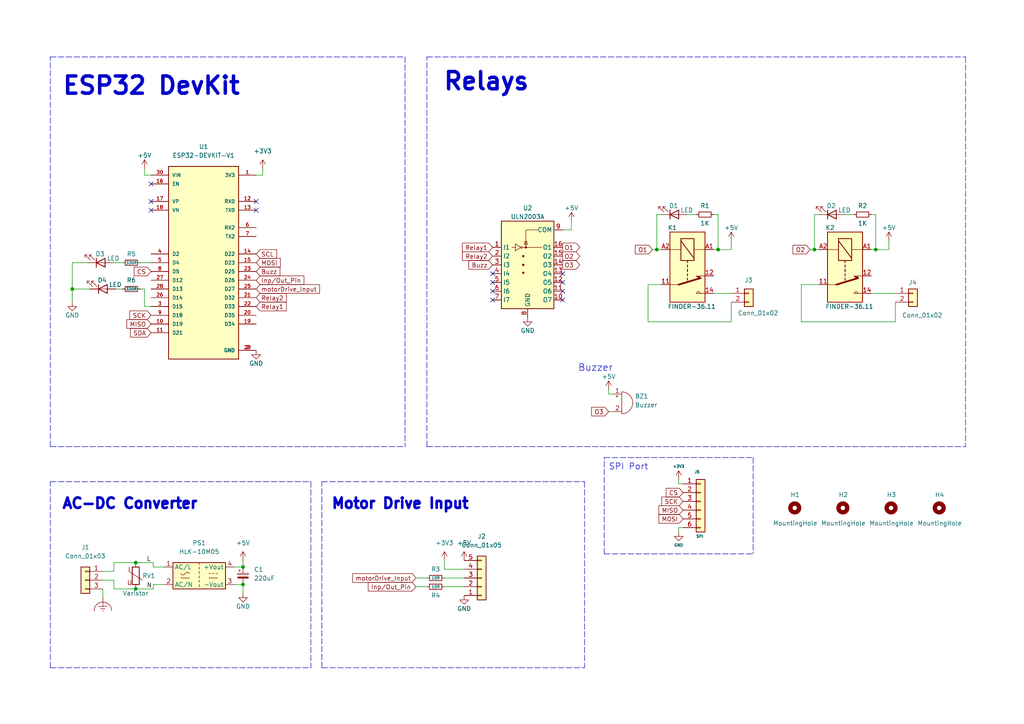
<source format=kicad_sch>
(kicad_sch (version 20211123) (generator eeschema)
  (paper "A4")
  (title_block (date "2022-11-18") (rev "v1"))
  (lib_symbols
    (symbol "Connector_Generic:Conn_01x02" (pin_names (offset 1.016) hide)
      (property "Reference" "J" (at 0 2.54 0))
      (property "Value" "Conn_01x02" (at 0 -5.08 0))
      (symbol "Conn_01x02_1_1"
        (rectangle (start -1.27 -2.413) (end 0 -2.667) (stroke (width 0.1524)))
        (rectangle (start -1.27 0.127) (end 0 -0.127) (stroke (width 0.1524)))
        (rectangle (start -1.27 1.27) (end 1.27 -3.81) (stroke (width 0.254)) (fill (type background)))
        (pin passive line (at -5.08 0 0) (length 3.81) (name "Pin_1") (number "1"))
        (pin passive line (at -5.08 -2.54 0) (length 3.81) (name "Pin_2") (number "2"))
      )
    )
    (symbol "Connector_Generic:Conn_01x03" (pin_names (offset 1.016) hide)
      (property "Reference" "J" (at 0 5.08 0))
      (property "Value" "Conn_01x03" (at 0 -5.08 0))
      (symbol "Conn_01x03_1_1"
        (rectangle (start -1.27 -2.413) (end 0 -2.667) (stroke (width 0.1524)))
        (rectangle (start -1.27 0.127) (end 0 -0.127) (stroke (width 0.1524)))
        (rectangle (start -1.27 2.667) (end 0 2.413) (stroke (width 0.1524)))
        (rectangle (start -1.27 3.81) (end 1.27 -3.81) (stroke (width 0.254)) (fill (type background)))
        (pin passive line (at -5.08 2.54 0) (length 3.81) (name "Pin_1") (number "1"))
        (pin passive line (at -5.08 0 0) (length 3.81) (name "Pin_2") (number "2"))
        (pin passive line (at -5.08 -2.54 0) (length 3.81) (name "Pin_3") (number "3"))
      )
    )
    (symbol "Connector_Generic:Conn_01x05" (pin_names (offset 1.016) hide)
      (property "Reference" "J" (at 0 7.62 0))
      (property "Value" "Conn_01x05" (at 0 -7.62 0))
      (symbol "Conn_01x05_1_1"
        (rectangle (start -1.27 -4.953) (end 0 -5.207) (stroke (width 0.1524)))
        (rectangle (start -1.27 -2.413) (end 0 -2.667) (stroke (width 0.1524)))
        (rectangle (start -1.27 0.127) (end 0 -0.127) (stroke (width 0.1524)))
        (rectangle (start -1.27 2.667) (end 0 2.413) (stroke (width 0.1524)))
        (rectangle (start -1.27 5.207) (end 0 4.953) (stroke (width 0.1524)))
        (rectangle (start -1.27 6.35) (end 1.27 -6.35) (stroke (width 0.254)) (fill (type background)))
        (pin passive line (at -5.08 5.08 0) (length 3.81) (name "Pin_1") (number "1"))
        (pin passive line (at -5.08 2.54 0) (length 3.81) (name "Pin_2") (number "2"))
        (pin passive line (at -5.08 0 0) (length 3.81) (name "Pin_3") (number "3"))
        (pin passive line (at -5.08 -2.54 0) (length 3.81) (name "Pin_4") (number "4"))
        (pin passive line (at -5.08 -5.08 0) (length 3.81) (name "Pin_5") (number "5"))
      )
    )
    (symbol "Connector_Generic:Conn_01x06" (pin_names (offset 1.016) hide)
      (property "Reference" "J" (at 0 7.62 0))
      (property "Value" "Conn_01x06" (at 0 -10.16 0))
      (symbol "Conn_01x06_1_1"
        (rectangle (start -1.27 -7.493) (end 0 -7.747) (stroke (width 0.1524)))
        (rectangle (start -1.27 -4.953) (end 0 -5.207) (stroke (width 0.1524)))
        (rectangle (start -1.27 -2.413) (end 0 -2.667) (stroke (width 0.1524)))
        (rectangle (start -1.27 0.127) (end 0 -0.127) (stroke (width 0.1524)))
        (rectangle (start -1.27 2.667) (end 0 2.413) (stroke (width 0.1524)))
        (rectangle (start -1.27 5.207) (end 0 4.953) (stroke (width 0.1524)))
        (rectangle (start -1.27 6.35) (end 1.27 -8.89) (stroke (width 0.254)) (fill (type background)))
        (pin passive line (at -5.08 5.08 0) (length 3.81) (name "Pin_1") (number "1"))
        (pin passive line (at -5.08 2.54 0) (length 3.81) (name "Pin_2") (number "2"))
        (pin passive line (at -5.08 0 0) (length 3.81) (name "Pin_3") (number "3"))
        (pin passive line (at -5.08 -2.54 0) (length 3.81) (name "Pin_4") (number "4"))
        (pin passive line (at -5.08 -5.08 0) (length 3.81) (name "Pin_5") (number "5"))
        (pin passive line (at -5.08 -7.62 0) (length 3.81) (name "Pin_6") (number "6"))
      )
    )
    (symbol "Device:Buzzer" (pin_names (offset 0.0254) hide)
      (property "Reference" "BZ" (at 3.81 1.27 0))
      (property "Value" "Buzzer" (at 3.81 -1.27 0))
      (symbol "Buzzer_0_1"
        (arc (start 0 -3.175) (mid 3.175 0) (end 0 3.175))
        (polyline (pts (xy -1.651 1.905) (xy -1.143 1.905)))
        (polyline (pts (xy -1.397 2.159) (xy -1.397 1.651)))
        (polyline (pts (xy 0 3.175) (xy 0 -3.175)))
      )
      (symbol "Buzzer_1_1"
        (pin passive line (at -2.54 2.54 0) (length 2.54) (name "-") (number "1"))
        (pin passive line (at -2.54 -2.54 0) (length 2.54) (name "+") (number "2"))
      )
    )
    (symbol "Device:C_Polarized_Small" (pin_numbers hide) (pin_names (offset 0.254) hide)
      (property "Reference" "C" (at 0.254 1.778 0))
      (property "Value" "C_Polarized_Small" (at 0.254 -2.032 0))
      (symbol "C_Polarized_Small_0_1"
        (rectangle (start -1.524 -0.3048) (end 1.524 -0.6858) (fill (type outline)))
        (rectangle (start -1.524 0.6858) (end 1.524 0.3048))
        (polyline (pts (xy -1.27 1.524) (xy -0.762 1.524)))
        (polyline (pts (xy -1.016 1.27) (xy -1.016 1.778)))
      )
      (symbol "C_Polarized_Small_1_1"
        (pin passive line (at 0 2.54 270) (length 1.8542) (name "~") (number "1"))
        (pin passive line (at 0 -2.54 90) (length 1.8542) (name "~") (number "2"))
      )
    )
    (symbol "Device:LED" (pin_numbers hide) (pin_names (offset 1.016) hide)
      (property "Reference" "D" (at 0 2.54 0))
      (property "Value" "LED" (at 0 -2.54 0))
      (symbol "LED_0_1"
        (polyline (pts (xy -1.27 -1.27) (xy -1.27 1.27)) (stroke (width 0.254)))
        (polyline (pts (xy -1.27 0) (xy 1.27 0)))
        (polyline (pts (xy 1.27 -1.27) (xy 1.27 1.27) (xy -1.27 0) (xy 1.27 -1.27)) (stroke (width 0.254)))
        (polyline (pts (xy -3.048 -0.762) (xy -4.572 -2.286) (xy -3.81 -2.286) (xy -4.572 -2.286) (xy -4.572 -1.524)))
        (polyline (pts (xy -1.778 -0.762) (xy -3.302 -2.286) (xy -2.54 -2.286) (xy -3.302 -2.286) (xy -3.302 -1.524)))
      )
      (symbol "LED_1_1"
        (pin passive line (at -3.81 0 0) (length 2.54) (name "K") (number "1"))
        (pin passive line (at 3.81 0 180) (length 2.54) (name "A") (number "2"))
      )
    )
    (symbol "Device:R_Small" (pin_numbers hide) (pin_names (offset 0.254) hide)
      (property "Reference" "R" (at 0.762 0.508 0))
      (property "Value" "R_Small" (at 0.762 -1.016 0))
      (symbol "R_Small_0_1"
        (rectangle (start -0.762 1.778) (end 0.762 -1.778) (stroke (width 0.2032)))
      )
      (symbol "R_Small_1_1"
        (pin passive line (at 0 2.54 270) (length 0.762) (name "~") (number "1"))
        (pin passive line (at 0 -2.54 90) (length 0.762) (name "~") (number "2"))
      )
    )
    (symbol "Device:Varistor" (pin_numbers hide) (pin_names (offset 0))
      (property "Reference" "RV" (at 3.175 0 90))
      (property "Value" "Varistor" (at -3.175 0 90))
      (symbol "Varistor_0_0"
        (text "U" (at -1.778 -2.032 0) (effects (font (size 1.27 1.27))))
      )
      (symbol "Varistor_0_1"
        (rectangle (start -1.016 -2.54) (end 1.016 2.54) (stroke (width 0.254)))
        (polyline (pts (xy -1.905 2.54) (xy -1.905 1.27) (xy 1.905 -1.27)))
      )
      (symbol "Varistor_1_1"
        (pin passive line (at 0 3.81 270) (length 1.27) (name "~") (number "1"))
        (pin passive line (at 0 -3.81 90) (length 1.27) (name "~") (number "2"))
      )
    )
    (symbol "ESP32-DEVKIT-V1:ESP32-DEVKIT-V1" (pin_names (offset 1.016))
      (property "Reference" "U" (at -10.16 30.48 0))
      (property "Value" "ESP32-DEVKIT-V1" (at -10.16 -30.48 0))
      (symbol "ESP32-DEVKIT-V1_0_0"
        (rectangle (start -10.16 -27.94) (end 10.16 27.94) (stroke (width 0.254)) (fill (type background)))
        (pin output line (at 15.24 25.4 180) (length 5.08) (name "3V3") (number "1"))
        (pin bidirectional line (at -15.24 -17.78 0) (length 5.08) (name "D19") (number "10"))
        (pin bidirectional line (at -15.24 -20.32 0) (length 5.08) (name "D21") (number "11"))
        (pin input line (at 15.24 17.78 180) (length 5.08) (name "RX0") (number "12"))
        (pin output line (at 15.24 15.24 180) (length 5.08) (name "TX0") (number "13"))
        (pin bidirectional line (at 15.24 2.54 180) (length 5.08) (name "D22") (number "14"))
        (pin bidirectional line (at 15.24 0 180) (length 5.08) (name "D23") (number "15"))
        (pin input line (at -15.24 22.86 0) (length 5.08) (name "EN") (number "16"))
        (pin bidirectional line (at -15.24 17.78 0) (length 5.08) (name "VP") (number "17"))
        (pin bidirectional line (at -15.24 15.24 0) (length 5.08) (name "VN") (number "18"))
        (pin bidirectional line (at 15.24 -17.78 180) (length 5.08) (name "D34") (number "19"))
        (pin power_in line (at 15.24 -25.4 180) (length 5.08) (name "GND") (number "2"))
        (pin bidirectional line (at 15.24 -15.24 180) (length 5.08) (name "D35") (number "20"))
        (pin bidirectional line (at 15.24 -10.16 180) (length 5.08) (name "D32") (number "21"))
        (pin bidirectional line (at 15.24 -12.7 180) (length 5.08) (name "D33") (number "22"))
        (pin bidirectional line (at 15.24 -2.54 180) (length 5.08) (name "D25") (number "23"))
        (pin bidirectional line (at 15.24 -5.08 180) (length 5.08) (name "D26") (number "24"))
        (pin bidirectional line (at 15.24 -7.62 180) (length 5.08) (name "D27") (number "25"))
        (pin bidirectional line (at -15.24 -10.16 0) (length 5.08) (name "D14") (number "26"))
        (pin bidirectional line (at -15.24 -5.08 0) (length 5.08) (name "D12") (number "27"))
        (pin bidirectional line (at -15.24 -7.62 0) (length 5.08) (name "D13") (number "28"))
        (pin power_in line (at 15.24 -25.4 180) (length 5.08) (name "GND") (number "29"))
        (pin bidirectional line (at -15.24 -12.7 0) (length 5.08) (name "D15") (number "3"))
        (pin input line (at -15.24 25.4 0) (length 5.08) (name "VIN") (number "30"))
        (pin bidirectional line (at -15.24 2.54 0) (length 5.08) (name "D2") (number "4"))
        (pin bidirectional line (at -15.24 0 0) (length 5.08) (name "D4") (number "5"))
        (pin input line (at 15.24 10.16 180) (length 5.08) (name "RX2") (number "6"))
        (pin output line (at 15.24 7.62 180) (length 5.08) (name "TX2") (number "7"))
        (pin bidirectional line (at -15.24 -2.54 0) (length 5.08) (name "D5") (number "8"))
        (pin bidirectional line (at -15.24 -15.24 0) (length 5.08) (name "D18") (number "9"))
      )
    )
    (symbol "HLK-10M05:HLK-10M05"
      (property "Reference" "PS" (at 0 5.08 0))
      (property "Value" "HLK-10M05" (at 0 -5.08 0))
      (symbol "HLK-10M05_0_1"
        (rectangle (start -7.62 3.81) (end 7.62 -3.81) (stroke (width 0.254)) (fill (type background)))
        (arc (start -5.334 0.635) (mid -4.699 0.2495) (end -4.064 0.635))
        (arc (start -2.794 0.635) (mid -3.429 1.0072) (end -4.064 0.635))
        (polyline (pts (xy -5.334 -0.635) (xy -2.794 -0.635)))
        (polyline (pts (xy 0 -2.54) (xy 0 -3.175)))
        (polyline (pts (xy 0 -1.27) (xy 0 -1.905)))
        (polyline (pts (xy 0 0) (xy 0 -0.635)))
        (polyline (pts (xy 0 1.27) (xy 0 0.635)))
        (polyline (pts (xy 0 2.54) (xy 0 1.905)))
        (polyline (pts (xy 0 3.81) (xy 0 3.175)))
        (polyline (pts (xy 2.794 -0.635) (xy 5.334 -0.635)))
        (polyline (pts (xy 2.794 0.635) (xy 3.302 0.635)))
        (polyline (pts (xy 3.81 0.635) (xy 4.318 0.635)))
        (polyline (pts (xy 4.826 0.635) (xy 5.334 0.635)))
      )
      (symbol "HLK-10M05_1_1"
        (pin power_in line (at -10.16 2.54 0) (length 2.54) (name "AC/L") (number "1"))
        (pin power_in line (at -10.16 -2.54 0) (length 2.54) (name "AC/N") (number "2"))
        (pin power_out line (at 10.16 -2.54 180) (length 2.54) (name "-Vout") (number "3"))
        (pin power_out line (at 10.16 2.54 180) (length 2.54) (name "+Vout") (number "4"))
      )
    )
    (symbol "Mechanical:MountingHole" (pin_names (offset 1.016))
      (property "Reference" "H" (at 0 5.08 0))
      (property "Value" "MountingHole" (at 0 3.175 0))
      (symbol "MountingHole_0_1"
        (circle (center 0 0) (radius 1.27) (stroke (width 1.27)))
      )
    )
    (symbol "Relay:FINDER-36.11"
      (property "Reference" "K" (at 11.43 3.81 0))
      (property "Value" "FINDER-36.11" (at 11.43 1.27 0))
      (symbol "FINDER-36.11_0_0"
        (polyline (pts (xy 2.54 3.81) (xy 2.54 5.08)))
        (polyline (pts (xy 7.62 3.81) (xy 7.62 5.08)))
        (polyline (pts (xy 7.62 3.81) (xy 7.62 2.54) (xy 6.985 3.175) (xy 7.62 3.81)))
      )
      (symbol "FINDER-36.11_0_1"
        (rectangle (start -10.16 5.08) (end 10.16 -5.08) (stroke (width 0.254)) (fill (type background)))
        (rectangle (start -8.255 1.905) (end -1.905 -1.905) (stroke (width 0.254)))
        (polyline (pts (xy -7.62 -1.905) (xy -2.54 1.905)) (stroke (width 0.254)))
        (polyline (pts (xy -5.08 -5.08) (xy -5.08 -1.905)))
        (polyline (pts (xy -5.08 5.08) (xy -5.08 1.905)))
        (polyline (pts (xy -1.905 0) (xy -1.27 0)) (stroke (width 0.254)))
        (polyline (pts (xy -0.635 0) (xy 0 0)) (stroke (width 0.254)))
        (polyline (pts (xy 0.635 0) (xy 1.27 0)) (stroke (width 0.254)))
        (polyline (pts (xy 0.635 0) (xy 1.27 0)) (stroke (width 0.254)))
        (polyline (pts (xy 1.905 0) (xy 2.54 0)) (stroke (width 0.254)))
        (polyline (pts (xy 3.175 0) (xy 3.81 0)) (stroke (width 0.254)))
        (polyline (pts (xy 5.08 -2.54) (xy 3.175 3.81)) (stroke (width 0.508)))
        (polyline (pts (xy 5.08 -2.54) (xy 5.08 -5.08)))
        (polyline (pts (xy 2.54 2.54) (xy 3.175 3.175) (xy 2.54 3.81)) (fill (type outline)))
      )
      (symbol "FINDER-36.11_1_1"
        (pin passive line (at 5.08 -7.62 90) (length 2.54) (name "~") (number "11"))
        (pin passive line (at 2.54 7.62 270) (length 2.54) (name "~") (number "12"))
        (pin passive line (at 7.62 7.62 270) (length 2.54) (name "~") (number "14"))
        (pin passive line (at -5.08 7.62 270) (length 2.54) (name "~") (number "A1"))
        (pin passive line (at -5.08 -7.62 90) (length 2.54) (name "~") (number "A2"))
      )
    )
    (symbol "Transistor_Array:ULN2003A"
      (property "Reference" "U" (at 0 15.875 0))
      (property "Value" "ULN2003A" (at 0 13.97 0))
      (symbol "ULN2003A_0_1"
        (rectangle (start -7.62 -12.7) (end 7.62 12.7) (stroke (width 0.254)) (fill (type background)))
        (circle (center -1.778 5.08) (radius 0.254))
        (circle (center -1.27 -2.286) (radius 0.254) (fill (type outline)))
        (circle (center -1.27 0) (radius 0.254) (fill (type outline)))
        (circle (center -1.27 2.54) (radius 0.254) (fill (type outline)))
        (circle (center -0.508 5.08) (radius 0.254) (fill (type outline)))
        (polyline (pts (xy -4.572 5.08) (xy -3.556 5.08)))
        (polyline (pts (xy -1.524 5.08) (xy 4.064 5.08)))
        (polyline (pts (xy 0 6.731) (xy -1.016 6.731)))
        (polyline (pts (xy -0.508 5.08) (xy -0.508 10.16) (xy 2.921 10.16)))
        (polyline (pts (xy -3.556 6.096) (xy -3.556 4.064) (xy -2.032 5.08) (xy -3.556 6.096)))
        (polyline (pts (xy 0 5.969) (xy -1.016 5.969) (xy -0.508 6.731) (xy 0 5.969)))
      )
      (symbol "ULN2003A_1_1"
        (pin input line (at -10.16 5.08 0) (length 2.54) (name "I1") (number "1"))
        (pin open_collector line (at 10.16 -10.16 180) (length 2.54) (name "O7") (number "10"))
        (pin open_collector line (at 10.16 -7.62 180) (length 2.54) (name "O6") (number "11"))
        (pin open_collector line (at 10.16 -5.08 180) (length 2.54) (name "O5") (number "12"))
        (pin open_collector line (at 10.16 -2.54 180) (length 2.54) (name "O4") (number "13"))
        (pin open_collector line (at 10.16 0 180) (length 2.54) (name "O3") (number "14"))
        (pin open_collector line (at 10.16 2.54 180) (length 2.54) (name "O2") (number "15"))
        (pin open_collector line (at 10.16 5.08 180) (length 2.54) (name "O1") (number "16"))
        (pin input line (at -10.16 2.54 0) (length 2.54) (name "I2") (number "2"))
        (pin input line (at -10.16 0 0) (length 2.54) (name "I3") (number "3"))
        (pin input line (at -10.16 -2.54 0) (length 2.54) (name "I4") (number "4"))
        (pin input line (at -10.16 -5.08 0) (length 2.54) (name "I5") (number "5"))
        (pin input line (at -10.16 -7.62 0) (length 2.54) (name "I6") (number "6"))
        (pin input line (at -10.16 -10.16 0) (length 2.54) (name "I7") (number "7"))
        (pin power_in line (at 0 -15.24 90) (length 2.54) (name "GND") (number "8"))
        (pin passive line (at 10.16 10.16 180) (length 2.54) (name "COM") (number "9"))
      )
    )
    (symbol "power:+3.3V" (power) (pin_names (offset 0))
      (property "Value" "+3.3V" (at 0 3.556 0))
      (symbol "+3.3V_0_1"
        (polyline (pts (xy -0.762 1.27) (xy 0 2.54)))
        (polyline (pts (xy 0 0) (xy 0 2.54)))
        (polyline (pts (xy 0 2.54) (xy 0.762 1.27)))
      )
      (symbol "+3.3V_1_1"
        (pin power_in line (at 0 0 90) (length 0) hide (name "+3V3") (number "1"))
      )
    )
    (symbol "power:+3V3" (power) (pin_names (offset 0))
      (property "Value" "+3V3" (at 0 3.556 0))
      (symbol "+3V3_0_1"
        (polyline (pts (xy -0.762 1.27) (xy 0 2.54)))
        (polyline (pts (xy 0 0) (xy 0 2.54)))
        (polyline (pts (xy 0 2.54) (xy 0.762 1.27)))
      )
      (symbol "+3V3_1_1"
        (pin power_in line (at 0 0 90) (length 0) hide (name "+3V3") (number "1"))
      )
    )
    (symbol "power:+5V" (power) (pin_names (offset 0))
      (property "Value" "+5V" (at 0 3.556 0))
      (symbol "+5V_0_1"
        (polyline (pts (xy -0.762 1.27) (xy 0 2.54)))
        (polyline (pts (xy 0 0) (xy 0 2.54)))
        (polyline (pts (xy 0 2.54) (xy 0.762 1.27)))
      )
      (symbol "+5V_1_1"
        (pin power_in line (at 0 0 90) (length 0) hide (name "+5V") (number "1"))
      )
    )
    (symbol "power:Earth_Clean" (power) (pin_names (offset 0))
      (symbol "Earth_Clean_0_1"
        (polyline (pts (xy -0.635 -3.175) (xy 0.635 -3.175)))
        (polyline (pts (xy -0.127 -3.81) (xy 0.127 -3.81)))
        (polyline (pts (xy 0 -2.54) (xy 0 0)))
        (polyline (pts (xy 1.27 -2.54) (xy -1.27 -2.54)))
        (arc (start 2.54 -3.81) (mid 0 -1.27) (end -2.54 -3.81))
      )
      (symbol "Earth_Clean_1_1"
        (pin power_in line (at 0 0 270) (length 0) hide (name "Earth_Clean") (number "1"))
      )
    )
    (symbol "power:GND" (power) (pin_names (offset 0))
      (property "Value" "GND" (at 0 -3.81 0))
      (symbol "GND_0_1"
        (polyline (pts (xy 0 0) (xy 0 -1.27) (xy 1.27 -1.27) (xy 0 -2.54) (xy -1.27 -1.27) (xy 0 -1.27)))
      )
      (symbol "GND_1_1"
        (pin power_in line (at 0 0 270) (length 0) hide (name "GND") (number "1"))
      )
    )
  )
  (junction (at 254 72.39) (diameter 0.9144))
  (junction (at 20.955 83.82))
  (junction (at 39.37 163.195))
  (junction (at 39.37 170.815))
  (junction (at 208.28 72.39) (diameter 0.9144))
  (junction (at 70.485 164.465))
  (junction (at 236.22 72.39) (diameter 0.9144))
  (junction (at 70.485 169.545))
  (junction (at 190.5 72.39) (diameter 0.9144))
  (no_connect (at 142.875 81.915))
  (no_connect (at 163.195 84.455))
  (no_connect (at 74.295 58.42))
  (no_connect (at 74.295 60.96))
  (no_connect (at 43.815 58.42))
  (no_connect (at 43.815 53.34))
  (no_connect (at 43.815 60.96))
  (no_connect (at 142.875 84.455))
  (no_connect (at 142.875 79.375))
  (no_connect (at 163.195 79.375))
  (no_connect (at 163.195 86.995))
  (no_connect (at 163.195 81.915))
  (no_connect (at 142.875 86.995))
  (polyline (pts (xy 93.345 193.675) (xy 93.345 139.7)))
  (wire (pts (xy 39.37 163.195) (xy 44.45 163.195)))
  (wire (pts (xy 20.955 83.82) (xy 20.955 87.63)))
  (polyline (pts (xy 90.17 139.7) (xy 90.17 193.675)))
  (wire (pts (xy 20.955 76.2) (xy 20.955 83.82)))
  (wire (pts (xy 254 62.23) (xy 254 72.39)))
  (polyline (pts (xy 169.545 139.7) (xy 169.545 193.675)))
  (wire (pts (xy 198.12 140.335) (xy 196.85 140.335)))
  (polyline (pts (xy 123.825 16.51) (xy 280.035 16.51)))
  (polyline (pts (xy 175.26 132.715) (xy 218.44 132.715)))
  (wire (pts (xy 176.53 113.03) (xy 176.53 114.3)))
  (wire (pts (xy 191.77 62.23) (xy 190.5 62.23)))
  (wire (pts (xy 70.485 169.545) (xy 70.485 172.085)))
  (wire (pts (xy 237.49 62.23) (xy 236.22 62.23)))
  (polyline (pts (xy 14.605 139.7) (xy 90.17 139.7)))
  (wire (pts (xy 76.2 50.8) (xy 74.295 50.8)))
  (wire (pts (xy 29.845 165.735) (xy 33.02 165.735)))
  (wire (pts (xy 212.09 93.345) (xy 212.09 87.63)))
  (wire (pts (xy 208.28 62.23) (xy 208.28 72.39)))
  (polyline (pts (xy 14.605 16.51) (xy 117.475 16.51)))
  (wire (pts (xy 120.65 167.64) (xy 123.825 167.64)))
  (wire (pts (xy 257.81 69.85) (xy 257.81 72.39)))
  (wire (pts (xy 232.41 82.55) (xy 232.41 93.345)))
  (wire (pts (xy 67.945 164.465) (xy 70.485 164.465)))
  (wire (pts (xy 29.845 168.275) (xy 33.02 168.275)))
  (wire (pts (xy 212.09 69.85) (xy 212.09 72.39)))
  (polyline (pts (xy 123.825 129.54) (xy 280.035 129.54)))
  (wire (pts (xy 196.85 140.335) (xy 196.85 139.065)))
  (wire (pts (xy 187.96 82.55) (xy 187.96 93.345)))
  (wire (pts (xy 165.735 64.135) (xy 165.735 66.675)))
  (wire (pts (xy 196.85 153.035) (xy 198.12 153.035)))
  (wire (pts (xy 33.02 170.815) (xy 39.37 170.815)))
  (wire (pts (xy 40.64 76.2) (xy 43.815 76.2)))
  (wire (pts (xy 207.01 85.09) (xy 212.09 85.09)))
  (wire (pts (xy 232.41 93.345) (xy 259.715 93.345)))
  (polyline (pts (xy 175.26 160.655) (xy 175.26 132.715)))
  (wire (pts (xy 236.22 62.23) (xy 236.22 72.39)))
  (wire (pts (xy 128.905 170.18) (xy 134.62 170.18)))
  (wire (pts (xy 176.53 119.38) (xy 177.8 119.38)))
  (wire (pts (xy 33.02 165.735) (xy 33.02 163.195)))
  (wire (pts (xy 163.195 66.675) (xy 165.735 66.675)))
  (wire (pts (xy 190.5 62.23) (xy 190.5 72.39)))
  (wire (pts (xy 43.815 50.8) (xy 41.91 50.8)))
  (wire (pts (xy 212.09 72.39) (xy 208.28 72.39)))
  (wire (pts (xy 33.02 76.2) (xy 35.56 76.2)))
  (polyline (pts (xy 93.345 193.675) (xy 169.545 193.675)))
  (wire (pts (xy 44.45 163.195) (xy 44.45 164.465)))
  (wire (pts (xy 44.45 170.815) (xy 44.45 169.545)))
  (wire (pts (xy 41.91 83.82) (xy 40.64 83.82)))
  (wire (pts (xy 176.53 114.3) (xy 177.8 114.3)))
  (polyline (pts (xy 218.44 132.715) (xy 218.44 160.655)))
  (wire (pts (xy 199.39 62.23) (xy 201.93 62.23)))
  (polyline (pts (xy 14.605 193.675) (xy 90.17 193.675)))
  (wire (pts (xy 41.91 50.8) (xy 41.91 48.895)))
  (wire (pts (xy 39.37 170.815) (xy 44.45 170.815)))
  (wire (pts (xy 20.955 83.82) (xy 26.035 83.82)))
  (wire (pts (xy 208.28 72.39) (xy 207.01 72.39)))
  (wire (pts (xy 234.95 72.39) (xy 236.22 72.39)))
  (polyline (pts (xy 175.26 160.655) (xy 218.44 160.655)))
  (wire (pts (xy 259.715 93.345) (xy 259.715 87.63)))
  (wire (pts (xy 189.23 72.39) (xy 190.5 72.39)))
  (wire (pts (xy 70.485 162.56) (xy 70.485 164.465)))
  (wire (pts (xy 47.625 169.545) (xy 44.45 169.545)))
  (polyline (pts (xy 117.475 16.51) (xy 117.475 129.54)))
  (wire (pts (xy 196.85 154.305) (xy 196.85 153.035)))
  (wire (pts (xy 67.945 169.545) (xy 70.485 169.545)))
  (wire (pts (xy 43.815 88.9) (xy 41.91 88.9)))
  (wire (pts (xy 252.73 85.09) (xy 259.715 85.09)))
  (wire (pts (xy 236.22 72.39) (xy 237.49 72.39)))
  (polyline (pts (xy 14.605 193.675) (xy 14.605 139.7)))
  (wire (pts (xy 190.5 72.39) (xy 191.77 72.39)))
  (polyline (pts (xy 14.605 129.54) (xy 117.475 129.54)))
  (wire (pts (xy 207.01 62.23) (xy 208.28 62.23)))
  (wire (pts (xy 237.49 82.55) (xy 232.41 82.55)))
  (wire (pts (xy 47.625 164.465) (xy 44.45 164.465)))
  (wire (pts (xy 76.2 48.895) (xy 76.2 50.8)))
  (polyline (pts (xy 123.825 129.54) (xy 123.825 16.51)))
  (wire (pts (xy 33.02 168.275) (xy 33.02 170.815)))
  (wire (pts (xy 120.65 170.18) (xy 123.825 170.18)))
  (wire (pts (xy 128.905 167.64) (xy 134.62 167.64)))
  (wire (pts (xy 191.77 82.55) (xy 187.96 82.55)))
  (wire (pts (xy 25.4 76.2) (xy 20.955 76.2)))
  (wire (pts (xy 252.73 62.23) (xy 254 62.23)))
  (wire (pts (xy 245.11 62.23) (xy 247.65 62.23)))
  (wire (pts (xy 41.91 88.9) (xy 41.91 83.82)))
  (wire (pts (xy 33.655 83.82) (xy 35.56 83.82)))
  (wire (pts (xy 254 72.39) (xy 252.73 72.39)))
  (wire (pts (xy 29.845 170.815) (xy 29.845 173.355)))
  (polyline (pts (xy 14.605 129.54) (xy 14.605 16.51)))
  (polyline (pts (xy 93.345 139.7) (xy 169.545 139.7)))
  (polyline (pts (xy 280.035 16.51) (xy 280.035 129.54)))
  (wire (pts (xy 254 72.39) (xy 257.81 72.39)))
  (wire (pts (xy 187.96 93.345) (xy 212.09 93.345)))
  (wire (pts (xy 128.905 165.1) (xy 134.62 165.1)))
  (wire (pts (xy 33.02 163.195) (xy 39.37 163.195)))
  (wire (pts (xy 128.905 162.56) (xy 128.905 165.1)))
  (text "Motor Drive Input" (at 95.885 147.955 0) (effects (font (size 3 3) (thickness 1) bold) (justify left bottom)))
  (text "Relays" (at 128.27 26.67 0) (effects (font (size 5 5) (thickness 1) bold) (justify left bottom)))
  (text "Buzzer" (at 167.64 107.95 0) (effects (font (size 2 2)) (justify left bottom)))
  (text "ESP32 DevKit" (at 17.78 27.94 0) (effects (font (size 5 5) (thickness 1) bold) (justify left bottom)))
  (text "SPI Port" (at 176.53 136.525 0) (effects (font (size 1.8 1.8)) (justify left bottom)))
  (text "AC-DC Converter" (at 17.78 147.955 0) (effects (font (size 3 3) (thickness 1) bold) (justify left bottom)))
  (label "L" (at 42.545 163.195 0))
  (label "N" (at 42.545 170.815 0))
  (global_label "CS" (shape input) (at 198.12 142.875 180) (property "Intersheet References" "${INTERSHEET_REFS}" (effects hide)))
  (global_label "motorDrive_Input" (shape input) (at 74.295 83.82 0) (property "Intersheet References" "${INTERSHEET_REFS}" (effects hide)))
  (global_label "CS" (shape input) (at 43.815 78.74 180) (property "Intersheet References" "${INTERSHEET_REFS}" (effects hide)))
  (global_label "Inp{slash}Out_Pin" (shape input) (at 74.295 81.28 0) (property "Intersheet References" "${INTERSHEET_REFS}" (effects hide)))
  (global_label "Relay2" (shape input) (at 142.875 74.295 180) (property "Intersheet References" "${INTERSHEET_REFS}" (effects hide)))
  (global_label "Inp{slash}Out_Pin" (shape input) (at 120.65 170.18 180) (property "Intersheet References" "${INTERSHEET_REFS}" (effects hide)))
  (global_label "SCK" (shape input) (at 43.815 91.44 180) (property "Intersheet References" "${INTERSHEET_REFS}" (effects hide)))
  (global_label "MISO" (shape input) (at 43.815 93.98 180) (property "Intersheet References" "${INTERSHEET_REFS}" (effects hide)))
  (global_label "Relay1" (shape input) (at 74.295 88.9 0) (property "Intersheet References" "${INTERSHEET_REFS}" (effects hide)))
  (global_label "Buzz" (shape input) (at 74.295 78.74 0) (property "Intersheet References" "${INTERSHEET_REFS}" (effects hide)))
  (global_label "SDA" (shape input) (at 43.815 96.52 180) (property "Intersheet References" "${INTERSHEET_REFS}" (effects hide)))
  (global_label "O2" (shape input) (at 234.95 72.39 180) (property "Intersheet References" "${INTERSHEET_REFS}" (effects hide)))
  (global_label "O1" (shape input) (at 189.23 72.39 180) (property "Intersheet References" "${INTERSHEET_REFS}" (effects hide)))
  (global_label "O1" (shape output) (at 163.195 71.755 0) (property "Intersheet References" "${INTERSHEET_REFS}" (effects hide)))
  (global_label "MOSI" (shape input) (at 74.295 76.2 0) (property "Intersheet References" "${INTERSHEET_REFS}" (effects hide)))
  (global_label "Relay1" (shape input) (at 142.875 71.755 180) (property "Intersheet References" "${INTERSHEET_REFS}" (effects hide)))
  (global_label "SCK" (shape input) (at 198.12 145.415 180) (property "Intersheet References" "${INTERSHEET_REFS}" (effects hide)))
  (global_label "Relay2" (shape input) (at 74.295 86.36 0) (property "Intersheet References" "${INTERSHEET_REFS}" (effects hide)))
  (global_label "O2" (shape output) (at 163.195 74.295 0) (property "Intersheet References" "${INTERSHEET_REFS}" (effects hide)))
  (global_label "O3" (shape output) (at 163.195 76.835 0) (property "Intersheet References" "${INTERSHEET_REFS}" (effects hide)))
  (global_label "MISO" (shape input) (at 198.12 147.955 180) (property "Intersheet References" "${INTERSHEET_REFS}" (effects hide)))
  (global_label "MOSI" (shape input) (at 198.12 150.495 180) (property "Intersheet References" "${INTERSHEET_REFS}" (effects hide)))
  (global_label "SCL" (shape input) (at 74.295 73.66 0) (property "Intersheet References" "${INTERSHEET_REFS}" (effects hide)))
  (global_label "Buzz" (shape input) (at 142.875 76.835 180) (property "Intersheet References" "${INTERSHEET_REFS}" (effects hide)))
  (global_label "O3" (shape input) (at 176.53 119.38 180) (property "Intersheet References" "${INTERSHEET_REFS}" (effects hide)))
  (global_label "motorDrive_Input" (shape input) (at 120.65 167.64 180) (property "Intersheet References" "${INTERSHEET_REFS}" (effects hide)))
  (symbol (lib_id "power:+5V") (at 41.91 48.895 0) (unit 1)
    (property "Reference" "#PWR01" (effects hide))
    (property "Value" "+5V" (at 41.91 45.085 0))
  )
  (symbol (lib_id "Device:LED") (at 29.845 83.82 0) (mirror x) (unit 1)
    (property "Reference" "D4" (at 29.6545 81.28 0))
    (property "Value" "LED" (at 33.4645 82.55 0))
    (property "Footprint" "LED_SMD:LED_1206_3216Metric_Pad1.42x1.75mm_HandSolder" (effects hide))
  )
  (symbol (lib_id "power:GND") (at 134.62 172.72 0) (unit 1)
    (property "Reference" "#PWR013" (effects hide))
    (property "Value" "GND" (at 134.62 176.53 0))
  )
  (symbol (lib_id "Relay:FINDER-36.11") (at 199.39 77.47 270) (unit 1)
    (property "Reference" "K1" (at 193.6751 66.04 90) (effects (justify left)))
    (property "Value" "FINDER-36.11" (at 193.6751 88.9 90) (effects (justify left)))
    (property "Footprint" "Relay_THT:Relay_SPDT_Finder_36.11" (effects hide))
    (property "Datasheet" "https://gfinder.findernet.com/public/attachments/36/EN/S36EN.pdf" (effects hide))
  )
  (symbol (lib_id "power:GND") (at 20.955 87.63 0) (unit 1)
    (property "Reference" "#PWR014" (effects hide))
    (property "Value" "GND" (at 20.955 91.44 0))
  )
  (symbol (lib_id "Connector_Generic:Conn_01x06") (at 203.2 145.415 0) (unit 1)
    (property "Reference" "J5" (at 201.4221 136.8865 0) (effects (font (size 0.8 0.8)) (justify left)))
    (property "Value" "SPI" (at 201.93 155.575 0) (effects (font (size 0.8 0.8)) (justify left)))
    (property "Footprint" "Connector_PinHeader_2.54mm:PinHeader_1x06_P2.54mm_Vertical" (effects hide))
  )
  (symbol (lib_id "Device:R_Small") (at 126.365 167.64 90) (unit 1)
    (property "Reference" "R3" (at 126.365 165.1 90))
    (property "Value" "10R" (at 126.365 167.64 90) (effects (font (size 0.8 0.8))))
    (property "Footprint" "Resistor_SMD:R_0805_2012Metric_Pad1.20x1.40mm_HandSolder" (effects hide))
  )
  (symbol (lib_id "Mechanical:MountingHole") (at 272.415 147.32 0) (unit 1)
    (property "Reference" "H4" (at 271.145 143.51 0) (effects (justify left)))
    (property "Value" "MountingHole" (at 266.065 151.765 0) (effects (justify left)))
    (property "Footprint" "MountingHole:MountingHole_3.5mm" (effects hide))
  )
  (symbol (lib_id "Device:R_Small") (at 204.47 62.23 90) (unit 1)
    (property "Reference" "R1" (at 204.47 59.69 90))
    (property "Value" "1K" (at 204.47 64.77 90))
    (property "Footprint" "Resistor_SMD:R_0805_2012Metric_Pad1.20x1.40mm_HandSolder" (effects hide))
  )
  (symbol (lib_id "Transistor_Array:ULN2003A") (at 153.035 76.835 0) (unit 1)
    (property "Reference" "U2" (at 153.035 60.325 0))
    (property "Value" "ULN2003A" (at 153.035 62.865 0))
    (property "Footprint" "Package_SO:SOIC-16_3.9x9.9mm_P1.27mm" (effects hide))
    (property "Datasheet" "http://www.ti.com/lit/ds/symlink/uln2003a.pdf" (effects hide))
  )
  (symbol (lib_id "power:+5V") (at 134.62 162.56 0) (unit 1)
    (property "Reference" "#PWR012" (effects hide))
    (property "Value" "+5V" (at 134.62 157.48 0))
  )
  (symbol (lib_id "Mechanical:MountingHole") (at 258.445 147.32 0) (unit 1)
    (property "Reference" "H3" (at 257.175 143.51 0) (effects (justify left)))
    (property "Value" "MountingHole" (at 252.095 151.765 0) (effects (justify left)))
    (property "Footprint" "MountingHole:MountingHole_3.5mm" (effects hide))
  )
  (symbol (lib_id "Device:R_Small") (at 38.1 83.82 90) (unit 1)
    (property "Reference" "R6" (at 38.1 81.28 90))
    (property "Value" "330R" (at 38.1 83.82 90) (effects (font (size 0.8 0.8))))
    (property "Footprint" "Resistor_SMD:R_0805_2012Metric_Pad1.20x1.40mm_HandSolder" (effects hide))
  )
  (symbol (lib_id "power:GND") (at 196.85 154.305 0) (unit 1)
    (property "Reference" "#PWR0102" (effects hide))
    (property "Value" "GND" (at 196.85 158.115 0) (effects (font (size 0.8 0.8))))
  )
  (symbol (lib_id "power:+3V3") (at 76.2 48.895 0) (unit 1)
    (property "Reference" "#PWR05" (effects hide))
    (property "Value" "+3V3" (at 76.2 43.815 0))
  )
  (symbol (lib_id "Mechanical:MountingHole") (at 244.475 147.32 0) (unit 1)
    (property "Reference" "H2" (at 243.205 143.51 0) (effects (justify left)))
    (property "Value" "MountingHole" (at 238.125 151.765 0) (effects (justify left)))
    (property "Footprint" "MountingHole:MountingHole_3.5mm" (effects hide))
  )
  (symbol (lib_id "Device:R_Small") (at 250.19 62.23 90) (unit 1)
    (property "Reference" "R2" (at 250.19 59.69 90))
    (property "Value" "1K" (at 250.19 64.77 90))
    (property "Footprint" "Resistor_SMD:R_0805_2012Metric_Pad1.20x1.40mm_HandSolder" (effects hide))
  )
  (symbol (lib_id "power:+5V") (at 212.09 69.85 0) (unit 1)
    (property "Reference" "#PWR08" (effects hide))
    (property "Value" "+5V" (at 212.09 66.04 0))
  )
  (symbol (lib_id "power:+3V3") (at 128.905 162.56 0) (unit 1)
    (property "Reference" "#PWR011" (effects hide))
    (property "Value" "+3V3" (at 128.905 157.48 0))
  )
  (symbol (lib_id "Device:Varistor") (at 39.37 167.005 0) (unit 1)
    (property "Reference" "RV1" (at 41.275 167.005 0) (effects (justify left)))
    (property "Value" "Varistor" (at 35.56 172.085 0) (effects (justify left)))
    (property "Footprint" "Varistor:RV_Disc_D12mm_W3.9mm_P7.5mm" (effects hide))
  )
  (symbol (lib_id "power:+5V") (at 165.735 64.135 0) (unit 1)
    (property "Reference" "#PWR07" (effects hide))
    (property "Value" "+5V" (at 165.735 60.325 0))
  )
  (symbol (lib_id "Device:R_Small") (at 38.1 76.2 90) (unit 1)
    (property "Reference" "R5" (at 38.1 73.66 90))
    (property "Value" "330R" (at 38.1 76.2 90) (effects (font (size 0.8 0.8))))
    (property "Footprint" "Resistor_SMD:R_0805_2012Metric_Pad1.20x1.40mm_HandSolder" (effects hide))
  )
  (symbol (lib_id "Mechanical:MountingHole") (at 230.505 147.32 0) (unit 1)
    (property "Reference" "H1" (at 229.235 143.51 0) (effects (justify left)))
    (property "Value" "MountingHole" (at 224.155 151.765 0) (effects (justify left)))
    (property "Footprint" "MountingHole:MountingHole_3.5mm" (effects hide))
  )
  (symbol (lib_id "power:+5V") (at 176.53 113.03 0) (unit 1)
    (property "Reference" "#PWR0103" (effects hide))
    (property "Value" "+5V" (at 176.53 109.22 0))
  )
  (symbol (lib_id "Device:Buzzer") (at 180.34 116.84 0) (unit 1)
    (property "Reference" "BZ1" (at 184.15 114.9349 0) (effects (justify left)))
    (property "Value" "Buzzer" (at 184.15 117.4749 0) (effects (justify left)))
    (property "Footprint" "Buzzer_Beeper:Buzzer_12x9.5RM7.6" (effects hide))
  )
  (symbol (lib_id "Connector_Generic:Conn_01x02") (at 264.795 85.09 0) (unit 1)
    (property "Reference" "J4" (at 263.525 81.915 0) (effects (justify left)))
    (property "Value" "Conn_01x02" (at 261.62 91.44 0) (effects (justify left)))
    (property "Footprint" "TerminalBlock:TerminalBlock_bornier-2_P5.08mm" (effects hide))
  )
  (symbol (lib_id "Relay:FINDER-36.11") (at 245.11 77.47 270) (unit 1)
    (property "Reference" "K2" (at 239.3951 66.04 90) (effects (justify left)))
    (property "Value" "FINDER-36.11" (at 239.3951 88.9 90) (effects (justify left)))
    (property "Footprint" "Relay_THT:Relay_SPDT_Finder_36.11" (effects hide))
    (property "Datasheet" "https://gfinder.findernet.com/public/attachments/36/EN/S36EN.pdf" (effects hide))
  )
  (symbol (lib_id "power:Earth_Clean") (at 29.845 173.355 0) (unit 1)
    (property "Reference" "#PWR010" (effects hide))
    (property "Value" "Earth_Clean" (effects hide))
  )
  (symbol (lib_id "Connector_Generic:Conn_01x05") (at 139.7 167.64 0) (mirror x) (unit 1)
    (property "Reference" "J2" (at 139.7 155.575 0))
    (property "Value" "Conn_01x05" (at 139.7 158.115 0))
    (property "Footprint" "TerminalBlock:TerminalBlock_bornier-5_P5.08mm" (effects hide))
  )
  (symbol (lib_id "power:GND") (at 153.035 92.075 0) (unit 1)
    (property "Reference" "#PWR06" (effects hide))
    (property "Value" "GND" (at 153.035 95.885 0))
  )
  (symbol (lib_id "Connector_Generic:Conn_01x02") (at 217.17 85.09 0) (unit 1)
    (property "Reference" "J3" (at 215.9 81.28 0) (effects (justify left)))
    (property "Value" "Conn_01x02" (at 213.995 90.805 0) (effects (justify left)))
    (property "Footprint" "TerminalBlock:TerminalBlock_bornier-2_P5.08mm" (effects hide))
  )
  (symbol (lib_id "Device:C_Polarized_Small") (at 70.485 167.005 0) (unit 1)
    (property "Reference" "C1" (at 73.66 165.1888 0) (effects (justify left)))
    (property "Value" "220uF" (at 73.66 167.7288 0) (effects (justify left)))
    (property "Footprint" "Capacitor_THT:CP_Radial_D8.0mm_P3.50mm" (effects hide))
  )
  (symbol (lib_id "Device:LED") (at 241.3 62.23 0) (mirror x) (unit 1)
    (property "Reference" "D2" (at 241.1095 59.69 0))
    (property "Value" "LED" (at 244.9195 60.96 0))
    (property "Footprint" "LED_SMD:LED_1206_3216Metric_Pad1.42x1.75mm_HandSolder" (effects hide))
  )
  (symbol (lib_id "ESP32-DEVKIT-V1:ESP32-DEVKIT-V1") (at 59.055 76.2 0) (unit 1)
    (property "Reference" "U1" (at 59.055 42.545 0))
    (property "Value" "ESP32-DEVKIT-V1" (at 59.055 45.085 0))
    (property "Footprint" "MODULE_ESP32_DEVKIT_V1" (effects hide))
    (property "MAXIMUM_PACKAGE_HEIGHT" "6.8 mm" (effects hide))
    (property "STANDARD" "Manufacturer Recommendations" (effects hide))
    (property "MANUFACTURER" "DOIT" (effects hide))
    (property "PARTREV" "N/A" (effects hide))
  )
  (symbol (lib_id "Device:LED") (at 29.21 76.2 0) (mirror x) (unit 1)
    (property "Reference" "D3" (at 29.0195 73.66 0))
    (property "Value" "LED" (at 32.8295 74.93 0))
    (property "Footprint" "LED_SMD:LED_1206_3216Metric_Pad1.42x1.75mm_HandSolder" (effects hide))
  )
  (symbol (lib_id "power:+5V") (at 257.81 69.85 0) (unit 1)
    (property "Reference" "#PWR09" (effects hide))
    (property "Value" "+5V" (at 257.81 66.04 0))
  )
  (symbol (lib_id "Connector_Generic:Conn_01x03") (at 24.765 168.275 0) (mirror y) (unit 1)
    (property "Reference" "J1" (at 24.765 158.75 0))
    (property "Value" "Conn_01x03" (at 24.765 161.29 0))
    (property "Footprint" "TerminalBlock:TerminalBlock_bornier-3_P5.08mm" (effects hide))
  )
  (symbol (lib_id "Device:R_Small") (at 126.365 170.18 90) (unit 1)
    (property "Reference" "R4" (at 126.365 172.72 90))
    (property "Value" "10R" (at 126.365 170.18 90) (effects (font (size 0.8 0.8))))
    (property "Footprint" "Resistor_SMD:R_0805_2012Metric_Pad1.20x1.40mm_HandSolder" (effects hide))
  )
  (symbol (lib_id "HLK-10M05:HLK-10M05") (at 57.785 167.005 0) (unit 1)
    (property "Reference" "PS1" (at 57.785 157.48 0))
    (property "Value" "HLK-10M05" (at 57.785 160.02 0))
    (property "Footprint" "HLK-10M05:HLK10M05" (effects hide))
    (property "Datasheet" "http://www.hlktech.net/product_detail.php?ProId=54" (effects hide))
  )
  (symbol (lib_id "power:GND") (at 70.485 172.085 0) (unit 1)
    (property "Reference" "#PWR03" (effects hide))
    (property "Value" "GND" (at 70.485 175.895 0))
  )
  (symbol (lib_id "power:+3.3V") (at 196.85 139.065 0) (unit 1)
    (property "Reference" "#PWR0101" (effects hide))
    (property "Value" "+3.3V" (at 196.85 135.255 0) (effects (font (size 0.8 0.8))))
  )
  (symbol (lib_id "Device:LED") (at 195.58 62.23 0) (mirror x) (unit 1)
    (property "Reference" "D1" (at 195.3895 59.69 0))
    (property "Value" "LED" (at 199.1995 60.96 0))
    (property "Footprint" "LED_SMD:LED_1206_3216Metric_Pad1.42x1.75mm_HandSolder" (effects hide))
  )
  (symbol (lib_id "power:+5V") (at 70.485 162.56 0) (unit 1)
    (property "Reference" "#PWR02" (effects hide))
    (property "Value" "+5V" (at 70.485 157.48 0))
  )
  (symbol (lib_id "power:GND") (at 74.295 101.6 0) (unit 1)
    (property "Reference" "#PWR04" (effects hide))
    (property "Value" "GND" (at 74.295 105.41 0))
  )
)
</source>
